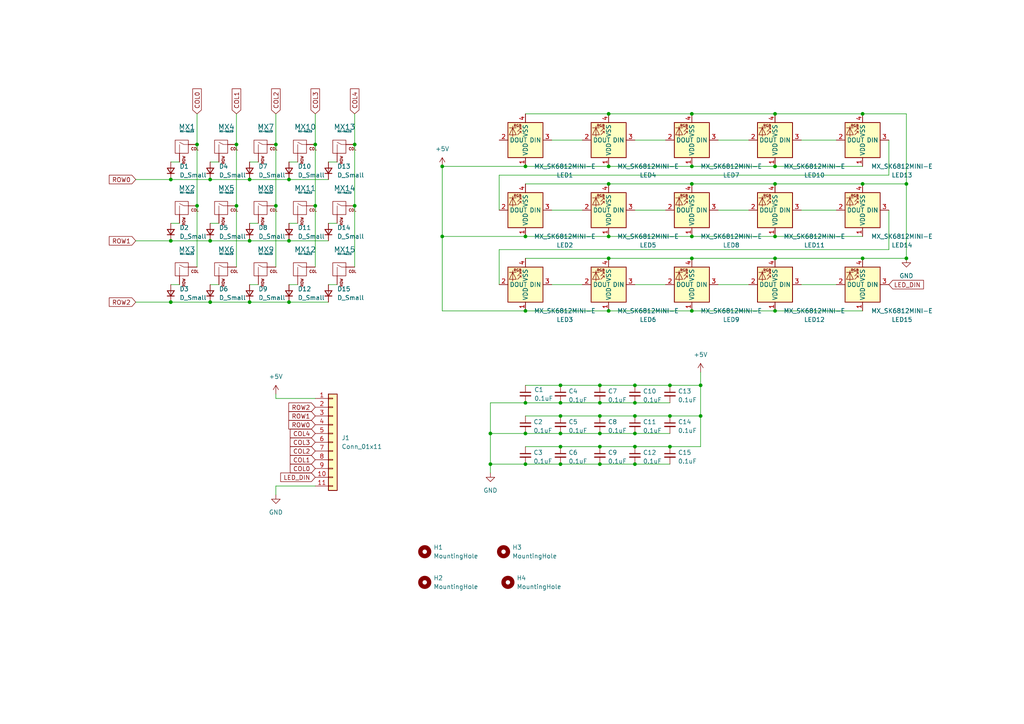
<source format=kicad_sch>
(kicad_sch (version 20211123) (generator eeschema)
  (paper "A4")
  (lib_symbols
    (symbol "Connector_Generic:Conn_01x11" (pin_names (offset 1.016) hide)
      (property "Reference" "J" (at 0 15.24 0))
      (property "Value" "Conn_01x11" (at 0 -15.24 0))
      (symbol "Conn_01x11_1_1"
        (rectangle (start -1.27 -12.573) (end 0 -12.827) (stroke (width 0.1524)))
        (rectangle (start -1.27 -10.033) (end 0 -10.287) (stroke (width 0.1524)))
        (rectangle (start -1.27 -7.493) (end 0 -7.747) (stroke (width 0.1524)))
        (rectangle (start -1.27 -4.953) (end 0 -5.207) (stroke (width 0.1524)))
        (rectangle (start -1.27 -2.413) (end 0 -2.667) (stroke (width 0.1524)))
        (rectangle (start -1.27 0.127) (end 0 -0.127) (stroke (width 0.1524)))
        (rectangle (start -1.27 2.667) (end 0 2.413) (stroke (width 0.1524)))
        (rectangle (start -1.27 5.207) (end 0 4.953) (stroke (width 0.1524)))
        (rectangle (start -1.27 7.747) (end 0 7.493) (stroke (width 0.1524)))
        (rectangle (start -1.27 10.287) (end 0 10.033) (stroke (width 0.1524)))
        (rectangle (start -1.27 12.827) (end 0 12.573) (stroke (width 0.1524)))
        (rectangle (start -1.27 13.97) (end 1.27 -13.97) (stroke (width 0.254)) (fill (type background)))
        (pin passive line (at -5.08 12.7 0) (length 3.81) (name "Pin_1") (number "1"))
        (pin passive line (at -5.08 -10.16 0) (length 3.81) (name "Pin_10") (number "10"))
        (pin passive line (at -5.08 -12.7 0) (length 3.81) (name "Pin_11") (number "11"))
        (pin passive line (at -5.08 10.16 0) (length 3.81) (name "Pin_2") (number "2"))
        (pin passive line (at -5.08 7.62 0) (length 3.81) (name "Pin_3") (number "3"))
        (pin passive line (at -5.08 5.08 0) (length 3.81) (name "Pin_4") (number "4"))
        (pin passive line (at -5.08 2.54 0) (length 3.81) (name "Pin_5") (number "5"))
        (pin passive line (at -5.08 0 0) (length 3.81) (name "Pin_6") (number "6"))
        (pin passive line (at -5.08 -2.54 0) (length 3.81) (name "Pin_7") (number "7"))
        (pin passive line (at -5.08 -5.08 0) (length 3.81) (name "Pin_8") (number "8"))
        (pin passive line (at -5.08 -7.62 0) (length 3.81) (name "Pin_9") (number "9"))
      )
    )
    (symbol "Device:C_Small" (pin_numbers hide) (pin_names (offset 0.254) hide)
      (property "Reference" "C" (at 0.254 1.778 0))
      (property "Value" "C_Small" (at 0.254 -2.032 0))
      (symbol "C_Small_0_1"
        (polyline (pts (xy -1.524 -0.508) (xy 1.524 -0.508)) (stroke (width 0.3302)))
        (polyline (pts (xy -1.524 0.508) (xy 1.524 0.508)) (stroke (width 0.3048)))
      )
      (symbol "C_Small_1_1"
        (pin passive line (at 0 2.54 270) (length 2.032) (name "~") (number "1"))
        (pin passive line (at 0 -2.54 90) (length 2.032) (name "~") (number "2"))
      )
    )
    (symbol "Device:D_Small" (pin_numbers hide) (pin_names (offset 0.254) hide)
      (property "Reference" "D" (at -1.27 2.032 0))
      (property "Value" "D_Small" (at -3.81 -2.032 0))
      (symbol "D_Small_0_1"
        (polyline (pts (xy -0.762 -1.016) (xy -0.762 1.016)) (stroke (width 0.254)))
        (polyline (pts (xy -0.762 0) (xy 0.762 0)))
        (polyline (pts (xy 0.762 -1.016) (xy -0.762 0) (xy 0.762 1.016) (xy 0.762 -1.016)) (stroke (width 0.254)))
      )
      (symbol "D_Small_1_1"
        (pin passive line (at -2.54 0 0) (length 1.778) (name "K") (number "1"))
        (pin passive line (at 2.54 0 180) (length 1.778) (name "A") (number "2"))
      )
    )
    (symbol "MX_Alps_Hybrid:MX-NoLED" (pin_names (offset 1.016))
      (property "Reference" "MX" (at -0.635 3.81 0))
      (property "Value" "MX-NoLED" (at -0.635 1.27 0))
      (symbol "MX-NoLED_0_0"
        (rectangle (start -2.54 2.54) (end 1.27 -1.27))
        (polyline (pts (xy -1.27 -1.27) (xy -1.27 1.27)) (stroke (width 0.127)))
        (polyline (pts (xy 1.27 1.27) (xy 0 1.27) (xy -1.27 1.905)) (stroke (width 0.127)))
        (text "COL" (at 3.175 0 0) (effects (font (size 0.762 0.762))))
        (text "ROW" (at 0 -1.905 900) (effects (font (size 0.762 0.762)) (justify right)))
      )
      (symbol "MX-NoLED_1_1"
        (pin passive line (at 3.81 1.27 180) (length 2.54) (name "COL") (number "1"))
        (pin passive line (at -1.27 -3.81 90) (length 2.54) (name "ROW") (number "2"))
      )
    )
    (symbol "Mechanical:MountingHole" (pin_names (offset 1.016))
      (property "Reference" "H" (at 0 5.08 0))
      (property "Value" "MountingHole" (at 0 3.175 0))
      (symbol "MountingHole_0_1"
        (circle (center 0 0) (radius 1.27) (stroke (width 1.27)))
      )
    )
    (symbol "marbastlib-mx:MX_SK6812MINI-E"
      (property "Reference" "LED" (at 2.54 -6.35 0))
      (property "Value" "MX_SK6812MINI-E" (at 10.16 6.35 0))
      (symbol "MX_SK6812MINI-E_0_0"
        (text "RGB" (at 2.286 -4.191 0) (effects (font (size 0.762 0.762))))
      )
      (symbol "MX_SK6812MINI-E_0_1"
        (polyline (pts (xy 1.27 -3.556) (xy 1.778 -3.556)))
        (polyline (pts (xy 1.27 -2.54) (xy 1.778 -2.54)))
        (polyline (pts (xy 4.699 -3.556) (xy 2.667 -3.556)))
        (polyline (pts (xy 2.286 -2.54) (xy 1.27 -3.556) (xy 1.27 -3.048)))
        (polyline (pts (xy 2.286 -1.524) (xy 1.27 -2.54) (xy 1.27 -2.032)))
        (polyline (pts (xy 3.683 -1.016) (xy 3.683 -3.556) (xy 3.683 -4.064)))
        (polyline (pts (xy 4.699 -1.524) (xy 2.667 -1.524) (xy 3.683 -3.556) (xy 4.699 -1.524)))
        (rectangle (start 5.08 5.08) (end -5.08 -5.08) (stroke (width 0.254)) (fill (type background)))
      )
      (symbol "MX_SK6812MINI-E_1_1"
        (pin power_in line (at 0 7.62 270) (length 2.54) (name "VDD") (number "1"))
        (pin output line (at 7.62 0 180) (length 2.54) (name "DOUT") (number "2"))
        (pin input line (at -7.62 0 0) (length 2.54) (name "DIN") (number "3"))
        (pin power_in line (at 0 -7.62 90) (length 2.54) (name "VSS") (number "4"))
      )
    )
    (symbol "power:+5V" (power) (pin_names (offset 0))
      (property "Value" "+5V" (at 0 3.556 0))
      (symbol "+5V_0_1"
        (polyline (pts (xy -0.762 1.27) (xy 0 2.54)))
        (polyline (pts (xy 0 0) (xy 0 2.54)))
        (polyline (pts (xy 0 2.54) (xy 0.762 1.27)))
      )
      (symbol "+5V_1_1"
        (pin power_in line (at 0 0 90) (length 0) hide (name "+5V") (number "1"))
      )
    )
    (symbol "power:GND" (power) (pin_names (offset 0))
      (property "Value" "GND" (at 0 -3.81 0))
      (symbol "GND_0_1"
        (polyline (pts (xy 0 0) (xy 0 -1.27) (xy 1.27 -1.27) (xy 0 -2.54) (xy -1.27 -1.27) (xy 0 -1.27)))
      )
      (symbol "GND_1_1"
        (pin power_in line (at 0 0 270) (length 0) hide (name "GND") (number "1"))
      )
    )
  )
  (junction (at 152.4 134.62))
  (junction (at 173.99 129.54))
  (junction (at 49.53 52.07))
  (junction (at 80.01 59.69))
  (junction (at 57.15 41.91))
  (junction (at 57.15 59.69))
  (junction (at 162.56 134.62))
  (junction (at 224.79 74.93))
  (junction (at 173.99 116.84))
  (junction (at 184.15 116.84))
  (junction (at 49.53 87.63))
  (junction (at 68.58 41.91))
  (junction (at 68.58 59.69))
  (junction (at 83.82 69.85))
  (junction (at 200.66 90.17))
  (junction (at 49.53 69.85))
  (junction (at 60.96 69.85))
  (junction (at 250.19 74.93))
  (junction (at 91.44 59.69))
  (junction (at 176.53 74.93))
  (junction (at 184.15 120.65))
  (junction (at 203.2 111.76))
  (junction (at 176.53 48.26))
  (junction (at 83.82 87.63))
  (junction (at 203.2 120.65))
  (junction (at 184.15 125.73))
  (junction (at 152.4 90.17))
  (junction (at 152.4 48.26))
  (junction (at 176.53 33.02))
  (junction (at 173.99 111.76))
  (junction (at 128.27 68.58))
  (junction (at 142.24 134.62))
  (junction (at 176.53 53.34))
  (junction (at 152.4 68.58))
  (junction (at 173.99 134.62))
  (junction (at 72.39 52.07))
  (junction (at 102.87 59.69))
  (junction (at 128.27 48.26))
  (junction (at 162.56 125.73))
  (junction (at 224.79 68.58))
  (junction (at 162.56 120.65))
  (junction (at 162.56 129.54))
  (junction (at 200.66 33.02))
  (junction (at 173.99 125.73))
  (junction (at 200.66 53.34))
  (junction (at 102.87 41.91))
  (junction (at 152.4 116.84))
  (junction (at 200.66 68.58))
  (junction (at 262.89 74.93))
  (junction (at 162.56 111.76))
  (junction (at 194.31 111.76))
  (junction (at 194.31 129.54))
  (junction (at 60.96 87.63))
  (junction (at 60.96 52.07))
  (junction (at 250.19 33.02))
  (junction (at 176.53 90.17))
  (junction (at 152.4 125.73))
  (junction (at 224.79 53.34))
  (junction (at 162.56 116.84))
  (junction (at 91.44 41.91))
  (junction (at 200.66 48.26))
  (junction (at 72.39 87.63))
  (junction (at 176.53 68.58))
  (junction (at 142.24 125.73))
  (junction (at 250.19 53.34))
  (junction (at 173.99 120.65))
  (junction (at 83.82 52.07))
  (junction (at 184.15 134.62))
  (junction (at 184.15 129.54))
  (junction (at 224.79 48.26))
  (junction (at 194.31 120.65))
  (junction (at 72.39 69.85))
  (junction (at 80.01 41.91))
  (junction (at 200.66 74.93))
  (junction (at 184.15 111.76))
  (junction (at 224.79 33.02))
  (junction (at 224.79 90.17))
  (junction (at 262.89 53.34))
  (wire (pts (xy 184.15 40.64) (xy 193.04 40.64)))
  (wire (pts (xy 60.96 46.99) (xy 63.5 46.99)))
  (wire (pts (xy 176.53 33.02) (xy 200.66 33.02)))
  (wire (pts (xy 232.41 60.96) (xy 242.57 60.96)))
  (wire (pts (xy 60.96 69.85) (xy 72.39 69.85)))
  (wire (pts (xy 162.56 134.62) (xy 152.4 134.62)))
  (wire (pts (xy 39.37 52.07) (xy 49.53 52.07)))
  (wire (pts (xy 250.19 68.58) (xy 224.79 68.58)))
  (wire (pts (xy 203.2 129.54) (xy 203.2 120.65)))
  (wire (pts (xy 184.15 129.54) (xy 194.31 129.54)))
  (wire (pts (xy 142.24 116.84) (xy 142.24 125.73)))
  (wire (pts (xy 57.15 33.02) (xy 57.15 41.91)))
  (wire (pts (xy 250.19 48.26) (xy 224.79 48.26)))
  (wire (pts (xy 80.01 41.91) (xy 80.01 59.69)))
  (wire (pts (xy 57.15 59.69) (xy 57.15 77.47)))
  (wire (pts (xy 224.79 48.26) (xy 200.66 48.26)))
  (wire (pts (xy 49.53 87.63) (xy 60.96 87.63)))
  (wire (pts (xy 68.58 33.02) (xy 68.58 41.91)))
  (wire (pts (xy 152.4 129.54) (xy 162.56 129.54)))
  (wire (pts (xy 49.53 46.99) (xy 52.07 46.99)))
  (wire (pts (xy 102.87 59.69) (xy 102.87 77.47)))
  (wire (pts (xy 203.2 120.65) (xy 203.2 111.76)))
  (wire (pts (xy 162.56 116.84) (xy 152.4 116.84)))
  (wire (pts (xy 144.78 50.8) (xy 144.78 60.96)))
  (wire (pts (xy 262.89 33.02) (xy 262.89 53.34)))
  (wire (pts (xy 250.19 53.34) (xy 262.89 53.34)))
  (wire (pts (xy 184.15 125.73) (xy 173.99 125.73)))
  (wire (pts (xy 194.31 129.54) (xy 203.2 129.54)))
  (wire (pts (xy 160.02 60.96) (xy 168.91 60.96)))
  (wire (pts (xy 224.79 74.93) (xy 250.19 74.93)))
  (wire (pts (xy 152.4 116.84) (xy 142.24 116.84)))
  (wire (pts (xy 152.4 120.65) (xy 162.56 120.65)))
  (wire (pts (xy 95.25 46.99) (xy 97.79 46.99)))
  (wire (pts (xy 208.28 82.55) (xy 217.17 82.55)))
  (wire (pts (xy 208.28 40.64) (xy 217.17 40.64)))
  (wire (pts (xy 194.31 111.76) (xy 203.2 111.76)))
  (wire (pts (xy 83.82 82.55) (xy 86.36 82.55)))
  (wire (pts (xy 200.66 33.02) (xy 224.79 33.02)))
  (wire (pts (xy 72.39 69.85) (xy 83.82 69.85)))
  (wire (pts (xy 203.2 111.76) (xy 203.2 107.95)))
  (wire (pts (xy 160.02 40.64) (xy 168.91 40.64)))
  (wire (pts (xy 80.01 114.3) (xy 80.01 115.57)))
  (wire (pts (xy 257.81 50.8) (xy 144.78 50.8)))
  (wire (pts (xy 162.56 120.65) (xy 173.99 120.65)))
  (wire (pts (xy 72.39 64.77) (xy 74.93 64.77)))
  (wire (pts (xy 184.15 134.62) (xy 173.99 134.62)))
  (wire (pts (xy 232.41 40.64) (xy 242.57 40.64)))
  (wire (pts (xy 257.81 40.64) (xy 257.81 50.8)))
  (wire (pts (xy 152.4 90.17) (xy 176.53 90.17)))
  (wire (pts (xy 68.58 59.69) (xy 68.58 77.47)))
  (wire (pts (xy 142.24 125.73) (xy 142.24 134.62)))
  (wire (pts (xy 262.89 53.34) (xy 262.89 74.93)))
  (wire (pts (xy 83.82 46.99) (xy 86.36 46.99)))
  (wire (pts (xy 152.4 134.62) (xy 142.24 134.62)))
  (wire (pts (xy 49.53 82.55) (xy 52.07 82.55)))
  (wire (pts (xy 95.25 82.55) (xy 97.79 82.55)))
  (wire (pts (xy 224.79 90.17) (xy 250.19 90.17)))
  (wire (pts (xy 224.79 68.58) (xy 200.66 68.58)))
  (wire (pts (xy 184.15 60.96) (xy 193.04 60.96)))
  (wire (pts (xy 184.15 82.55) (xy 193.04 82.55)))
  (wire (pts (xy 39.37 87.63) (xy 49.53 87.63)))
  (wire (pts (xy 91.44 59.69) (xy 91.44 77.47)))
  (wire (pts (xy 102.87 41.91) (xy 102.87 59.69)))
  (wire (pts (xy 224.79 33.02) (xy 250.19 33.02)))
  (wire (pts (xy 152.4 111.76) (xy 162.56 111.76)))
  (wire (pts (xy 160.02 82.55) (xy 168.91 82.55)))
  (wire (pts (xy 176.53 90.17) (xy 200.66 90.17)))
  (wire (pts (xy 194.31 134.62) (xy 184.15 134.62)))
  (wire (pts (xy 91.44 140.97) (xy 80.01 140.97)))
  (wire (pts (xy 152.4 125.73) (xy 142.24 125.73)))
  (wire (pts (xy 152.4 33.02) (xy 176.53 33.02)))
  (wire (pts (xy 60.96 87.63) (xy 72.39 87.63)))
  (wire (pts (xy 39.37 69.85) (xy 49.53 69.85)))
  (wire (pts (xy 72.39 46.99) (xy 74.93 46.99)))
  (wire (pts (xy 128.27 90.17) (xy 152.4 90.17)))
  (wire (pts (xy 194.31 116.84) (xy 184.15 116.84)))
  (wire (pts (xy 250.19 33.02) (xy 262.89 33.02)))
  (wire (pts (xy 60.96 64.77) (xy 63.5 64.77)))
  (wire (pts (xy 95.25 64.77) (xy 97.79 64.77)))
  (wire (pts (xy 83.82 87.63) (xy 95.25 87.63)))
  (wire (pts (xy 152.4 74.93) (xy 176.53 74.93)))
  (wire (pts (xy 250.19 74.93) (xy 262.89 74.93)))
  (wire (pts (xy 49.53 69.85) (xy 60.96 69.85)))
  (wire (pts (xy 80.01 140.97) (xy 80.01 143.51)))
  (wire (pts (xy 68.58 41.91) (xy 68.58 59.69)))
  (wire (pts (xy 184.15 111.76) (xy 194.31 111.76)))
  (wire (pts (xy 173.99 111.76) (xy 184.15 111.76)))
  (wire (pts (xy 176.53 48.26) (xy 152.4 48.26)))
  (wire (pts (xy 162.56 125.73) (xy 152.4 125.73)))
  (wire (pts (xy 83.82 64.77) (xy 86.36 64.77)))
  (wire (pts (xy 83.82 69.85) (xy 95.25 69.85)))
  (wire (pts (xy 224.79 53.34) (xy 250.19 53.34)))
  (wire (pts (xy 128.27 68.58) (xy 128.27 90.17)))
  (wire (pts (xy 173.99 120.65) (xy 184.15 120.65)))
  (wire (pts (xy 49.53 52.07) (xy 60.96 52.07)))
  (wire (pts (xy 173.99 125.73) (xy 162.56 125.73)))
  (wire (pts (xy 208.28 60.96) (xy 217.17 60.96)))
  (wire (pts (xy 176.53 74.93) (xy 200.66 74.93)))
  (wire (pts (xy 142.24 134.62) (xy 142.24 137.16)))
  (wire (pts (xy 184.15 120.65) (xy 194.31 120.65)))
  (wire (pts (xy 173.99 129.54) (xy 184.15 129.54)))
  (wire (pts (xy 72.39 82.55) (xy 74.93 82.55)))
  (wire (pts (xy 194.31 120.65) (xy 203.2 120.65)))
  (wire (pts (xy 60.96 52.07) (xy 72.39 52.07)))
  (wire (pts (xy 176.53 68.58) (xy 152.4 68.58)))
  (wire (pts (xy 200.66 74.93) (xy 224.79 74.93)))
  (wire (pts (xy 91.44 33.02) (xy 91.44 41.91)))
  (wire (pts (xy 176.53 53.34) (xy 200.66 53.34)))
  (wire (pts (xy 232.41 82.55) (xy 242.57 82.55)))
  (wire (pts (xy 152.4 53.34) (xy 176.53 53.34)))
  (wire (pts (xy 200.66 68.58) (xy 176.53 68.58)))
  (wire (pts (xy 80.01 115.57) (xy 91.44 115.57)))
  (wire (pts (xy 194.31 125.73) (xy 184.15 125.73)))
  (wire (pts (xy 162.56 129.54) (xy 173.99 129.54)))
  (wire (pts (xy 152.4 48.26) (xy 128.27 48.26)))
  (wire (pts (xy 49.53 64.77) (xy 52.07 64.77)))
  (wire (pts (xy 162.56 111.76) (xy 173.99 111.76)))
  (wire (pts (xy 257.81 72.39) (xy 144.78 72.39)))
  (wire (pts (xy 60.96 82.55) (xy 63.5 82.55)))
  (wire (pts (xy 91.44 41.91) (xy 91.44 59.69)))
  (wire (pts (xy 257.81 60.96) (xy 257.81 72.39)))
  (wire (pts (xy 128.27 48.26) (xy 128.27 68.58)))
  (wire (pts (xy 80.01 59.69) (xy 80.01 77.47)))
  (wire (pts (xy 184.15 116.84) (xy 173.99 116.84)))
  (wire (pts (xy 144.78 72.39) (xy 144.78 82.55)))
  (wire (pts (xy 200.66 48.26) (xy 176.53 48.26)))
  (wire (pts (xy 200.66 53.34) (xy 224.79 53.34)))
  (wire (pts (xy 72.39 52.07) (xy 83.82 52.07)))
  (wire (pts (xy 173.99 134.62) (xy 162.56 134.62)))
  (wire (pts (xy 152.4 68.58) (xy 128.27 68.58)))
  (wire (pts (xy 83.82 52.07) (xy 95.25 52.07)))
  (wire (pts (xy 173.99 116.84) (xy 162.56 116.84)))
  (wire (pts (xy 102.87 33.02) (xy 102.87 41.91)))
  (wire (pts (xy 200.66 90.17) (xy 224.79 90.17)))
  (wire (pts (xy 80.01 33.02) (xy 80.01 41.91)))
  (wire (pts (xy 57.15 41.91) (xy 57.15 59.69)))
  (wire (pts (xy 72.39 87.63) (xy 83.82 87.63)))
  (global_label "ROW1" (shape input) (at 91.44 120.65 180) (property "Intersheet References" "${INTERSHEET_REFS}" (effects hide)))
  (global_label "COL3" (shape input) (at 91.44 128.27 180) (property "Intersheet References" "${INTERSHEET_REFS}" (effects hide)))
  (global_label "COL0" (shape input) (at 57.15 33.02 90) (property "Intersheet References" "${INTERSHEET_REFS}" (effects hide)))
  (global_label "LED_DIN" (shape input) (at 91.44 138.43 180) (property "Intersheet References" "${INTERSHEET_REFS}" (effects hide)))
  (global_label "COL1" (shape input) (at 68.58 33.02 90) (property "Intersheet References" "${INTERSHEET_REFS}" (effects hide)))
  (global_label "COL4" (shape input) (at 91.44 125.73 180) (property "Intersheet References" "${INTERSHEET_REFS}" (effects hide)))
  (global_label "COL3" (shape input) (at 91.44 33.02 90) (property "Intersheet References" "${INTERSHEET_REFS}" (effects hide)))
  (global_label "COL2" (shape input) (at 80.01 33.02 90) (property "Intersheet References" "${INTERSHEET_REFS}" (effects hide)))
  (global_label "LED_DIN" (shape input) (at 257.81 82.55 0) (property "Intersheet References" "${INTERSHEET_REFS}" (effects hide)))
  (global_label "COL2" (shape input) (at 91.44 130.81 180) (property "Intersheet References" "${INTERSHEET_REFS}" (effects hide)))
  (global_label "COL4" (shape input) (at 102.87 33.02 90) (property "Intersheet References" "${INTERSHEET_REFS}" (effects hide)))
  (global_label "ROW1" (shape input) (at 39.37 69.85 180) (property "Intersheet References" "${INTERSHEET_REFS}" (effects hide)))
  (global_label "ROW2" (shape input) (at 39.37 87.63 180) (property "Intersheet References" "${INTERSHEET_REFS}" (effects hide)))
  (global_label "ROW2" (shape input) (at 91.44 118.11 180) (property "Intersheet References" "${INTERSHEET_REFS}" (effects hide)))
  (global_label "ROW0" (shape input) (at 39.37 52.07 180) (property "Intersheet References" "${INTERSHEET_REFS}" (effects hide)))
  (global_label "ROW0" (shape input) (at 91.44 123.19 180) (property "Intersheet References" "${INTERSHEET_REFS}" (effects hide)))
  (global_label "COL0" (shape input) (at 91.44 135.89 180) (property "Intersheet References" "${INTERSHEET_REFS}" (effects hide)))
  (global_label "COL1" (shape input) (at 91.44 133.35 180) (property "Intersheet References" "${INTERSHEET_REFS}" (effects hide)))
  (symbol (lib_id "marbastlib-mx:MX_SK6812MINI-E") (at 250.19 40.64 180) (unit 1)
    (property "Reference" "LED13" (at 261.62 50.8 0))
    (property "Value" "MX_SK6812MINI-E" (at 261.62 48.26 0))
    (property "Footprint" "marbastlib-mx:LED_MX_6028R" (effects hide))
  )
  (symbol (lib_id "Device:C_Small") (at 184.15 132.08 0) (unit 1)
    (property "Reference" "C12" (at 186.4741 131.2516 0) (effects (justify left)))
    (property "Value" "0.1uF" (at 186.4741 133.7885 0) (effects (justify left)))
    (property "Footprint" "Capacitor_SMD:C_0603_1608Metric" (effects hide))
  )
  (symbol (lib_id "Device:D_Small") (at 83.82 67.31 90) (unit 1)
    (property "Reference" "D11" (at 86.36 66.0399 90) (effects (justify right)))
    (property "Value" "D_Small" (at 86.36 68.5799 90) (effects (justify right)))
    (property "Footprint" "Diode_SMD:D_SOD-123" (effects hide))
  )
  (symbol (lib_id "marbastlib-mx:MX_SK6812MINI-E") (at 250.19 82.55 180) (unit 1)
    (property "Reference" "LED15" (at 261.62 92.71 0))
    (property "Value" "MX_SK6812MINI-E" (at 261.62 90.17 0))
    (property "Footprint" "marbastlib-mx:LED_MX_6028R" (effects hide))
  )
  (symbol (lib_id "power:+5V") (at 128.27 48.26 0) (unit 1)
    (property "Reference" "#PWR0103" (effects hide))
    (property "Value" "+5V" (at 128.27 43.18 0))
  )
  (symbol (lib_id "power:+5V") (at 203.2 107.95 0) (unit 1)
    (property "Reference" "#PWR0101" (effects hide))
    (property "Value" "+5V" (at 203.2 102.87 0))
  )
  (symbol (lib_id "Device:D_Small") (at 95.25 49.53 90) (unit 1)
    (property "Reference" "D13" (at 97.79 48.2599 90) (effects (justify right)))
    (property "Value" "D_Small" (at 97.79 50.7999 90) (effects (justify right)))
    (property "Footprint" "Diode_SMD:D_SOD-123" (effects hide))
  )
  (symbol (lib_id "MX_Alps_Hybrid:MX-NoLED") (at 76.2 43.18 0) (unit 1)
    (property "Reference" "MX7" (at 77.0856 36.83 0) (effects (font (size 1.524 1.524))))
    (property "Value" "MX-NoLED" (at 77.0856 38.1 0) (effects (font (size 0.508 0.508))))
    (property "Footprint" "Switch_Keyboard_Hotswap_Kailh:SW_Hotswap_Kailh_MX_1.00u" (effects hide))
  )
  (symbol (lib_id "marbastlib-mx:MX_SK6812MINI-E") (at 152.4 60.96 180) (unit 1)
    (property "Reference" "LED2" (at 163.83 71.12 0))
    (property "Value" "MX_SK6812MINI-E" (at 163.83 68.58 0))
    (property "Footprint" "marbastlib-mx:LED_MX_6028R" (effects hide))
  )
  (symbol (lib_id "power:GND") (at 80.01 143.51 0) (unit 1)
    (property "Reference" "#PWR0106" (effects hide))
    (property "Value" "GND" (at 80.01 148.59 0))
  )
  (symbol (lib_id "marbastlib-mx:MX_SK6812MINI-E") (at 200.66 40.64 180) (unit 1)
    (property "Reference" "LED7" (at 212.09 50.8 0))
    (property "Value" "MX_SK6812MINI-E" (at 212.09 48.26 0))
    (property "Footprint" "marbastlib-mx:LED_MX_6028R" (effects hide))
  )
  (symbol (lib_id "power:GND") (at 262.89 74.93 0) (unit 1)
    (property "Reference" "#PWR0104" (effects hide))
    (property "Value" "GND" (at 262.89 80.01 0))
  )
  (symbol (lib_id "marbastlib-mx:MX_SK6812MINI-E") (at 176.53 40.64 180) (unit 1)
    (property "Reference" "LED4" (at 187.96 50.8 0))
    (property "Value" "MX_SK6812MINI-E" (at 187.96 48.26 0))
    (property "Footprint" "marbastlib-mx:LED_MX_6028R" (effects hide))
  )
  (symbol (lib_id "MX_Alps_Hybrid:MX-NoLED") (at 64.77 60.96 0) (unit 1)
    (property "Reference" "MX5" (at 65.6556 54.61 0) (effects (font (size 1.524 1.524))))
    (property "Value" "MX-NoLED" (at 65.6556 55.88 0) (effects (font (size 0.508 0.508))))
    (property "Footprint" "Switch_Keyboard_Hotswap_Kailh:SW_Hotswap_Kailh_MX_1.00u" (effects hide))
  )
  (symbol (lib_id "Connector_Generic:Conn_01x11") (at 96.52 128.27 0) (unit 1)
    (property "Reference" "J1" (at 99.06 126.9999 0) (effects (justify left)))
    (property "Value" "Conn_01x11" (at 99.06 129.5399 0) (effects (justify left)))
    (property "Footprint" "Connector_PinHeader_2.54mm:PinHeader_1x11_P2.54mm_Vertical" (effects hide))
  )
  (symbol (lib_id "Mechanical:MountingHole") (at 123.19 160.02 0) (unit 1)
    (property "Reference" "H1" (at 125.73 158.7499 0) (effects (justify left)))
    (property "Value" "MountingHole" (at 125.73 161.2899 0) (effects (justify left)))
    (property "Footprint" "MountingHole:MountingHole_2.2mm_M2" (effects hide))
  )
  (symbol (lib_id "Device:C_Small") (at 184.15 114.3 0) (unit 1)
    (property "Reference" "C10" (at 186.4741 113.4716 0) (effects (justify left)))
    (property "Value" "0.1uF" (at 186.4741 116.0085 0) (effects (justify left)))
    (property "Footprint" "Capacitor_SMD:C_0603_1608Metric" (effects hide))
  )
  (symbol (lib_id "Device:D_Small") (at 60.96 49.53 90) (unit 1)
    (property "Reference" "D4" (at 63.5 48.2599 90) (effects (justify right)))
    (property "Value" "D_Small" (at 63.5 50.7999 90) (effects (justify right)))
    (property "Footprint" "Diode_SMD:D_SOD-123" (effects hide))
  )
  (symbol (lib_id "MX_Alps_Hybrid:MX-NoLED") (at 87.63 60.96 0) (unit 1)
    (property "Reference" "MX11" (at 88.5156 54.61 0) (effects (font (size 1.524 1.524))))
    (property "Value" "MX-NoLED" (at 88.5156 55.88 0) (effects (font (size 0.508 0.508))))
    (property "Footprint" "Switch_Keyboard_Hotswap_Kailh:SW_Hotswap_Kailh_MX_1.00u" (effects hide))
  )
  (symbol (lib_id "MX_Alps_Hybrid:MX-NoLED") (at 64.77 78.74 0) (unit 1)
    (property "Reference" "MX6" (at 65.6556 72.39 0) (effects (font (size 1.524 1.524))))
    (property "Value" "MX-NoLED" (at 65.6556 73.66 0) (effects (font (size 0.508 0.508))))
    (property "Footprint" "Switch_Keyboard_Hotswap_Kailh:SW_Hotswap_Kailh_MX_1.00u" (effects hide))
  )
  (symbol (lib_id "Device:C_Small") (at 194.31 114.3 0) (unit 1)
    (property "Reference" "C13" (at 196.6341 113.4716 0) (effects (justify left)))
    (property "Value" "0.1uF" (at 196.6341 116.0085 0) (effects (justify left)))
    (property "Footprint" "Capacitor_SMD:C_0603_1608Metric" (effects hide))
  )
  (symbol (lib_id "MX_Alps_Hybrid:MX-NoLED") (at 99.06 43.18 0) (unit 1)
    (property "Reference" "MX13" (at 99.9456 36.83 0) (effects (font (size 1.524 1.524))))
    (property "Value" "MX-NoLED" (at 99.9456 38.1 0) (effects (font (size 0.508 0.508))))
    (property "Footprint" "Switch_Keyboard_Hotswap_Kailh:SW_Hotswap_Kailh_MX_1.00u" (effects hide))
  )
  (symbol (lib_id "Device:D_Small") (at 49.53 85.09 90) (unit 1)
    (property "Reference" "D3" (at 52.07 83.8199 90) (effects (justify right)))
    (property "Value" "D_Small" (at 52.07 86.3599 90) (effects (justify right)))
    (property "Footprint" "Diode_SMD:D_SOD-123" (effects hide))
  )
  (symbol (lib_id "Device:D_Small") (at 49.53 67.31 90) (unit 1)
    (property "Reference" "D2" (at 52.07 66.0399 90) (effects (justify right)))
    (property "Value" "D_Small" (at 52.07 68.5799 90) (effects (justify right)))
    (property "Footprint" "Diode_SMD:D_SOD-123" (effects hide))
  )
  (symbol (lib_id "Device:D_Small") (at 72.39 85.09 90) (unit 1)
    (property "Reference" "D9" (at 74.93 83.8199 90) (effects (justify right)))
    (property "Value" "D_Small" (at 74.93 86.3599 90) (effects (justify right)))
    (property "Footprint" "Diode_SMD:D_SOD-123" (effects hide))
  )
  (symbol (lib_id "Device:D_Small") (at 83.82 49.53 90) (unit 1)
    (property "Reference" "D10" (at 86.36 48.2599 90) (effects (justify right)))
    (property "Value" "D_Small" (at 86.36 50.7999 90) (effects (justify right)))
    (property "Footprint" "Diode_SMD:D_SOD-123" (effects hide))
  )
  (symbol (lib_id "marbastlib-mx:MX_SK6812MINI-E") (at 250.19 60.96 180) (unit 1)
    (property "Reference" "LED14" (at 261.62 71.12 0))
    (property "Value" "MX_SK6812MINI-E" (at 261.62 68.58 0))
    (property "Footprint" "marbastlib-mx:LED_MX_6028R" (effects hide))
  )
  (symbol (lib_id "marbastlib-mx:MX_SK6812MINI-E") (at 152.4 40.64 180) (unit 1)
    (property "Reference" "LED1" (at 163.83 50.8 0))
    (property "Value" "MX_SK6812MINI-E" (at 163.83 48.26 0))
    (property "Footprint" "marbastlib-mx:LED_MX_6028R" (effects hide))
  )
  (symbol (lib_id "marbastlib-mx:MX_SK6812MINI-E") (at 224.79 60.96 180) (unit 1)
    (property "Reference" "LED11" (at 236.22 71.12 0))
    (property "Value" "MX_SK6812MINI-E" (at 236.22 68.58 0))
    (property "Footprint" "marbastlib-mx:LED_MX_6028R" (effects hide))
  )
  (symbol (lib_id "MX_Alps_Hybrid:MX-NoLED") (at 76.2 60.96 0) (unit 1)
    (property "Reference" "MX8" (at 77.0856 54.61 0) (effects (font (size 1.524 1.524))))
    (property "Value" "MX-NoLED" (at 77.0856 55.88 0) (effects (font (size 0.508 0.508))))
    (property "Footprint" "Switch_Keyboard_Hotswap_Kailh:SW_Hotswap_Kailh_MX_1.00u" (effects hide))
  )
  (symbol (lib_id "power:GND") (at 142.24 137.16 0) (unit 1)
    (property "Reference" "#PWR0102" (effects hide))
    (property "Value" "GND" (at 142.24 142.24 0))
  )
  (symbol (lib_id "Device:D_Small") (at 72.39 67.31 90) (unit 1)
    (property "Reference" "D8" (at 74.93 66.0399 90) (effects (justify right)))
    (property "Value" "D_Small" (at 74.93 68.5799 90) (effects (justify right)))
    (property "Footprint" "Diode_SMD:D_SOD-123" (effects hide))
  )
  (symbol (lib_id "Device:D_Small") (at 83.82 85.09 90) (unit 1)
    (property "Reference" "D12" (at 86.36 83.8199 90) (effects (justify right)))
    (property "Value" "D_Small" (at 86.36 86.3599 90) (effects (justify right)))
    (property "Footprint" "Diode_SMD:D_SOD-123" (effects hide))
  )
  (symbol (lib_id "marbastlib-mx:MX_SK6812MINI-E") (at 200.66 60.96 180) (unit 1)
    (property "Reference" "LED8" (at 212.09 71.12 0))
    (property "Value" "MX_SK6812MINI-E" (at 212.09 68.58 0))
    (property "Footprint" "marbastlib-mx:LED_MX_6028R" (effects hide))
  )
  (symbol (lib_id "Device:D_Small") (at 72.39 49.53 90) (unit 1)
    (property "Reference" "D7" (at 74.93 48.2599 90) (effects (justify right)))
    (property "Value" "D_Small" (at 74.93 50.7999 90) (effects (justify right)))
    (property "Footprint" "Diode_SMD:D_SOD-123" (effects hide))
  )
  (symbol (lib_id "Device:D_Small") (at 95.25 67.31 90) (unit 1)
    (property "Reference" "D14" (at 97.79 66.0399 90) (effects (justify right)))
    (property "Value" "D_Small" (at 97.79 68.5799 90) (effects (justify right)))
    (property "Footprint" "Diode_SMD:D_SOD-123" (effects hide))
  )
  (symbol (lib_id "Device:C_Small") (at 162.56 114.3 0) (unit 1)
    (property "Reference" "C4" (at 164.8841 113.4716 0) (effects (justify left)))
    (property "Value" "0.1uF" (at 164.8841 116.0085 0) (effects (justify left)))
    (property "Footprint" "Capacitor_SMD:C_0603_1608Metric" (effects hide))
  )
  (symbol (lib_id "Device:D_Small") (at 60.96 67.31 90) (unit 1)
    (property "Reference" "D5" (at 63.5 66.0399 90) (effects (justify right)))
    (property "Value" "D_Small" (at 63.5 68.5799 90) (effects (justify right)))
    (property "Footprint" "Diode_SMD:D_SOD-123" (effects hide))
  )
  (symbol (lib_id "MX_Alps_Hybrid:MX-NoLED") (at 53.34 60.96 0) (unit 1)
    (property "Reference" "MX2" (at 54.2256 54.61 0) (effects (font (size 1.524 1.524))))
    (property "Value" "MX-NoLED" (at 54.2256 55.88 0) (effects (font (size 0.508 0.508))))
    (property "Footprint" "Switch_Keyboard_Hotswap_Kailh:SW_Hotswap_Kailh_MX_1.00u" (effects hide))
  )
  (symbol (lib_id "marbastlib-mx:MX_SK6812MINI-E") (at 152.4 82.55 180) (unit 1)
    (property "Reference" "LED3" (at 163.83 92.71 0))
    (property "Value" "MX_SK6812MINI-E" (at 163.83 90.17 0))
    (property "Footprint" "marbastlib-mx:LED_MX_6028R" (effects hide))
  )
  (symbol (lib_id "Device:C_Small") (at 162.56 132.08 0) (unit 1)
    (property "Reference" "C6" (at 164.8841 131.2516 0) (effects (justify left)))
    (property "Value" "0.1uF" (at 164.8841 133.7885 0) (effects (justify left)))
    (property "Footprint" "Capacitor_SMD:C_0603_1608Metric" (effects hide))
  )
  (symbol (lib_id "Device:C_Small") (at 173.99 123.19 0) (unit 1)
    (property "Reference" "C8" (at 176.3141 122.3616 0) (effects (justify left)))
    (property "Value" "0.1uF" (at 176.3141 124.8985 0) (effects (justify left)))
    (property "Footprint" "Capacitor_SMD:C_0603_1608Metric" (effects hide))
  )
  (symbol (lib_id "Device:D_Small") (at 95.25 85.09 90) (unit 1)
    (property "Reference" "D15" (at 97.79 83.8199 90) (effects (justify right)))
    (property "Value" "D_Small" (at 97.79 86.3599 90) (effects (justify right)))
    (property "Footprint" "Diode_SMD:D_SOD-123" (effects hide))
  )
  (symbol (lib_id "MX_Alps_Hybrid:MX-NoLED") (at 64.77 43.18 0) (unit 1)
    (property "Reference" "MX4" (at 65.6556 36.83 0) (effects (font (size 1.524 1.524))))
    (property "Value" "MX-NoLED" (at 65.6556 38.1 0) (effects (font (size 0.508 0.508))))
    (property "Footprint" "Switch_Keyboard_Hotswap_Kailh:SW_Hotswap_Kailh_MX_1.00u" (effects hide))
  )
  (symbol (lib_id "marbastlib-mx:MX_SK6812MINI-E") (at 224.79 40.64 180) (unit 1)
    (property "Reference" "LED10" (at 236.22 50.8 0))
    (property "Value" "MX_SK6812MINI-E" (at 236.22 48.26 0))
    (property "Footprint" "marbastlib-mx:LED_MX_6028R" (effects hide))
  )
  (symbol (lib_id "MX_Alps_Hybrid:MX-NoLED") (at 76.2 78.74 0) (unit 1)
    (property "Reference" "MX9" (at 77.0856 72.39 0) (effects (font (size 1.524 1.524))))
    (property "Value" "MX-NoLED" (at 77.0856 73.66 0) (effects (font (size 0.508 0.508))))
    (property "Footprint" "Switch_Keyboard_Hotswap_Kailh:SW_Hotswap_Kailh_MX_1.00u" (effects hide))
  )
  (symbol (lib_id "Device:C_Small") (at 152.4 114.3 0) (unit 1)
    (property "Reference" "C1" (at 154.94 113.0362 0) (effects (justify left)))
    (property "Value" "0.1uF" (at 154.94 115.5762 0) (effects (justify left)))
    (property "Footprint" "Capacitor_SMD:C_0603_1608Metric" (effects hide))
  )
  (symbol (lib_id "Device:C_Small") (at 184.15 123.19 0) (unit 1)
    (property "Reference" "C11" (at 186.4741 122.3616 0) (effects (justify left)))
    (property "Value" "0.1uF" (at 186.4741 124.8985 0) (effects (justify left)))
    (property "Footprint" "Capacitor_SMD:C_0603_1608Metric" (effects hide))
  )
  (symbol (lib_id "MX_Alps_Hybrid:MX-NoLED") (at 99.06 78.74 0) (unit 1)
    (property "Reference" "MX15" (at 99.9456 72.39 0) (effects (font (size 1.524 1.524))))
    (property "Value" "MX-NoLED" (at 99.9456 73.66 0) (effects (font (size 0.508 0.508))))
    (property "Footprint" "Switch_Keyboard_Hotswap_Kailh:SW_Hotswap_Kailh_MX_1.00u" (effects hide))
  )
  (symbol (lib_id "marbastlib-mx:MX_SK6812MINI-E") (at 176.53 82.55 180) (unit 1)
    (property "Reference" "LED6" (at 187.96 92.71 0))
    (property "Value" "MX_SK6812MINI-E" (at 187.96 90.17 0))
    (property "Footprint" "marbastlib-mx:LED_MX_6028R" (effects hide))
  )
  (symbol (lib_id "marbastlib-mx:MX_SK6812MINI-E") (at 224.79 82.55 180) (unit 1)
    (property "Reference" "LED12" (at 236.22 92.71 0))
    (property "Value" "MX_SK6812MINI-E" (at 236.22 90.17 0))
    (property "Footprint" "marbastlib-mx:LED_MX_6028R" (effects hide))
  )
  (symbol (lib_id "Device:C_Small") (at 152.4 123.19 0) (unit 1)
    (property "Reference" "C2" (at 154.7241 122.3616 0) (effects (justify left)))
    (property "Value" "0.1uF" (at 154.7241 124.8985 0) (effects (justify left)))
    (property "Footprint" "Capacitor_SMD:C_0603_1608Metric" (effects hide))
  )
  (symbol (lib_id "marbastlib-mx:MX_SK6812MINI-E") (at 200.66 82.55 180) (unit 1)
    (property "Reference" "LED9" (at 212.09 92.71 0))
    (property "Value" "MX_SK6812MINI-E" (at 212.09 90.17 0))
    (property "Footprint" "marbastlib-mx:LED_MX_6028R" (effects hide))
  )
  (symbol (lib_id "Mechanical:MountingHole") (at 147.32 168.91 0) (unit 1)
    (property "Reference" "H4" (at 149.86 167.6399 0) (effects (justify left)))
    (property "Value" "MountingHole" (at 149.86 170.1799 0) (effects (justify left)))
    (property "Footprint" "MountingHole:MountingHole_2.2mm_M2" (effects hide))
  )
  (symbol (lib_id "Device:C_Small") (at 173.99 132.08 0) (unit 1)
    (property "Reference" "C9" (at 176.3141 131.2516 0) (effects (justify left)))
    (property "Value" "0.1uF" (at 176.3141 133.7885 0) (effects (justify left)))
    (property "Footprint" "Capacitor_SMD:C_0603_1608Metric" (effects hide))
  )
  (symbol (lib_id "marbastlib-mx:MX_SK6812MINI-E") (at 176.53 60.96 180) (unit 1)
    (property "Reference" "LED5" (at 187.96 71.12 0))
    (property "Value" "MX_SK6812MINI-E" (at 187.96 68.58 0))
    (property "Footprint" "marbastlib-mx:LED_MX_6028R" (effects hide))
  )
  (symbol (lib_id "MX_Alps_Hybrid:MX-NoLED") (at 99.06 60.96 0) (unit 1)
    (property "Reference" "MX14" (at 99.9456 54.61 0) (effects (font (size 1.524 1.524))))
    (property "Value" "MX-NoLED" (at 99.9456 55.88 0) (effects (font (size 0.508 0.508))))
    (property "Footprint" "Switch_Keyboard_Hotswap_Kailh:SW_Hotswap_Kailh_MX_1.00u" (effects hide))
  )
  (symbol (lib_id "Device:C_Small") (at 162.56 123.19 0) (unit 1)
    (property "Reference" "C5" (at 164.8841 122.3616 0) (effects (justify left)))
    (property "Value" "0.1uF" (at 164.8841 124.8985 0) (effects (justify left)))
    (property "Footprint" "Capacitor_SMD:C_0603_1608Metric" (effects hide))
  )
  (symbol (lib_id "Device:C_Small") (at 152.4 132.08 0) (unit 1)
    (property "Reference" "C3" (at 154.7241 131.2516 0) (effects (justify left)))
    (property "Value" "0.1uF" (at 154.7241 133.7885 0) (effects (justify left)))
    (property "Footprint" "Capacitor_SMD:C_0603_1608Metric" (effects hide))
  )
  (symbol (lib_id "MX_Alps_Hybrid:MX-NoLED") (at 87.63 78.74 0) (unit 1)
    (property "Reference" "MX12" (at 88.5156 72.39 0) (effects (font (size 1.524 1.524))))
    (property "Value" "MX-NoLED" (at 88.5156 73.66 0) (effects (font (size 0.508 0.508))))
    (property "Footprint" "Switch_Keyboard_Hotswap_Kailh:SW_Hotswap_Kailh_MX_1.00u" (effects hide))
  )
  (symbol (lib_id "power:+5V") (at 80.01 114.3 0) (unit 1)
    (property "Reference" "#PWR01" (effects hide))
    (property "Value" "+5V" (at 80.01 109.22 0))
  )
  (symbol (lib_id "Device:C_Small") (at 173.99 114.3 0) (unit 1)
    (property "Reference" "C7" (at 176.3141 113.4716 0) (effects (justify left)))
    (property "Value" "0.1uF" (at 176.3141 116.0085 0) (effects (justify left)))
    (property "Footprint" "Capacitor_SMD:C_0603_1608Metric" (effects hide))
  )
  (symbol (lib_id "Mechanical:MountingHole") (at 123.19 168.91 0) (unit 1)
    (property "Reference" "H2" (at 125.73 167.6399 0) (effects (justify left)))
    (property "Value" "MountingHole" (at 125.73 170.1799 0) (effects (justify left)))
    (property "Footprint" "MountingHole:MountingHole_2.2mm_M2" (effects hide))
  )
  (symbol (lib_id "Device:C_Small") (at 194.31 123.19 0) (unit 1)
    (property "Reference" "C14" (at 196.6341 122.3616 0) (effects (justify left)))
    (property "Value" "0.1uF" (at 196.6341 124.8985 0) (effects (justify left)))
    (property "Footprint" "Capacitor_SMD:C_0603_1608Metric" (effects hide))
  )
  (symbol (lib_id "MX_Alps_Hybrid:MX-NoLED") (at 53.34 78.74 0) (unit 1)
    (property "Reference" "MX3" (at 54.2256 72.39 0) (effects (font (size 1.524 1.524))))
    (property "Value" "MX-NoLED" (at 54.2256 73.66 0) (effects (font (size 0.508 0.508))))
    (property "Footprint" "Switch_Keyboard_Hotswap_Kailh:SW_Hotswap_Kailh_MX_1.00u" (effects hide))
  )
  (symbol (lib_id "Device:D_Small") (at 60.96 85.09 90) (unit 1)
    (property "Reference" "D6" (at 63.5 83.8199 90) (effects (justify right)))
    (property "Value" "D_Small" (at 63.5 86.3599 90) (effects (justify right)))
    (property "Footprint" "Diode_SMD:D_SOD-123" (effects hide))
  )
  (symbol (lib_id "MX_Alps_Hybrid:MX-NoLED") (at 53.34 43.18 0) (unit 1)
    (property "Reference" "MX1" (at 54.2256 36.83 0) (effects (font (size 1.524 1.524))))
    (property "Value" "MX-NoLED" (at 54.2256 38.1 0) (effects (font (size 0.508 0.508))))
    (property "Footprint" "Switch_Keyboard_Hotswap_Kailh:SW_Hotswap_Kailh_MX_1.00u" (effects hide))
  )
  (symbol (lib_id "MX_Alps_Hybrid:MX-NoLED") (at 87.63 43.18 0) (unit 1)
    (property "Reference" "MX10" (at 88.5156 36.83 0) (effects (font (size 1.524 1.524))))
    (property "Value" "MX-NoLED" (at 88.5156 38.1 0) (effects (font (size 0.508 0.508))))
    (property "Footprint" "Switch_Keyboard_Hotswap_Kailh:SW_Hotswap_Kailh_MX_1.00u" (effects hide))
  )
  (symbol (lib_id "Mechanical:MountingHole") (at 146.05 160.02 0) (unit 1)
    (property "Reference" "H3" (at 148.59 158.7499 0) (effects (justify left)))
    (property "Value" "MountingHole" (at 148.59 161.2899 0) (effects (justify left)))
    (property "Footprint" "MountingHole:MountingHole_2.2mm_M2" (effects hide))
  )
  (symbol (lib_id "Device:C_Small") (at 194.31 132.08 0) (unit 1)
    (property "Reference" "C15" (at 196.6341 131.2516 0) (effects (justify left)))
    (property "Value" "0.1uF" (at 196.6341 133.7885 0) (effects (justify left)))
    (property "Footprint" "Capacitor_SMD:C_0603_1608Metric" (effects hide))
  )
  (symbol (lib_id "Device:D_Small") (at 49.53 49.53 90) (unit 1)
    (property "Reference" "D1" (at 52.07 48.2599 90) (effects (justify right)))
    (property "Value" "D_Small" (at 52.07 50.7999 90) (effects (justify right)))
    (property "Footprint" "Diode_SMD:D_SOD-123" (effects hide))
  )
)
</source>
